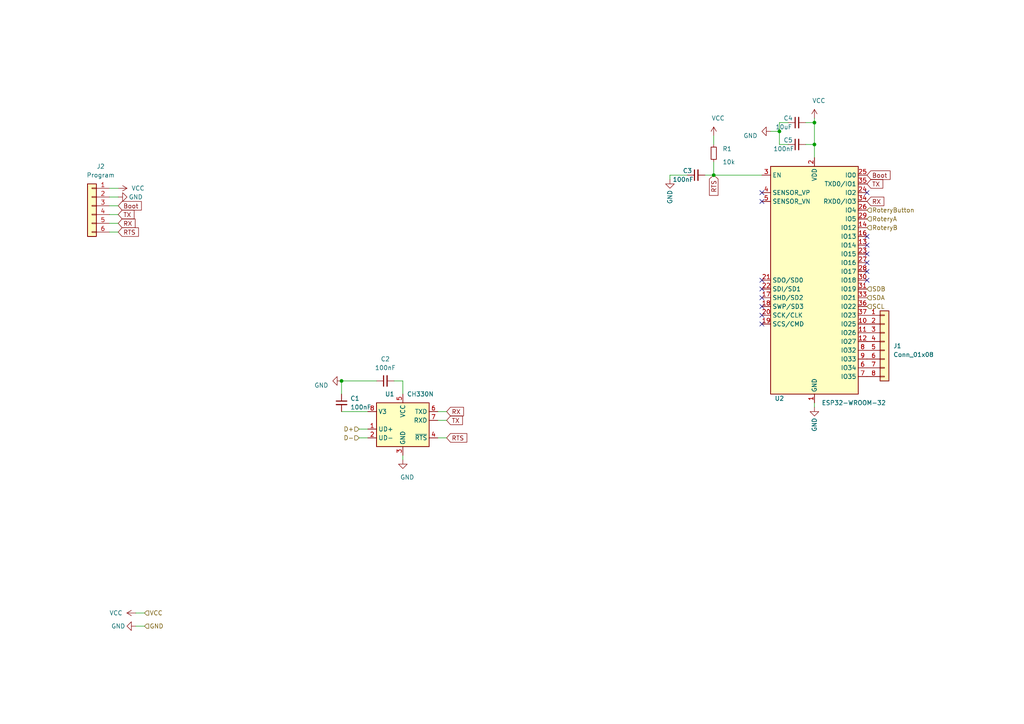
<source format=kicad_sch>
(kicad_sch (version 20210126) (generator eeschema)
  (paper "A4")
  (lib_symbols
    (symbol "Connector_Generic:Conn_01x06" (pin_names (offset 1.016) hide)
      (property "Reference" "J" (at 0 7.62 0))
      (property "Value" "Conn_01x06" (at 0 -10.16 0))
      (symbol "Conn_01x06_1_1"
        (rectangle (start -1.27 -4.953) (end 0 -5.207) (stroke (width 0.1524)))
        (rectangle (start -1.27 -7.493) (end 0 -7.747) (stroke (width 0.1524)))
        (rectangle (start -1.27 -2.413) (end 0 -2.667) (stroke (width 0.1524)))
        (rectangle (start -1.27 2.667) (end 0 2.413) (stroke (width 0.1524)))
        (rectangle (start -1.27 5.207) (end 0 4.953) (stroke (width 0.1524)))
        (rectangle (start -1.27 6.35) (end 1.27 -8.89) (stroke (width 0.254)) (fill (type background)))
        (rectangle (start -1.27 0.127) (end 0 -0.127) (stroke (width 0.1524)))
        (pin passive line (at -5.08 5.08 0) (length 3.81) (name "Pin_1") (number "1"))
        (pin passive line (at -5.08 2.54 0) (length 3.81) (name "Pin_2") (number "2"))
        (pin passive line (at -5.08 0 0) (length 3.81) (name "Pin_3") (number "3"))
        (pin passive line (at -5.08 -2.54 0) (length 3.81) (name "Pin_4") (number "4"))
        (pin passive line (at -5.08 -5.08 0) (length 3.81) (name "Pin_5") (number "5"))
        (pin passive line (at -5.08 -7.62 0) (length 3.81) (name "Pin_6") (number "6"))
      )
    )
    (symbol "Connector_Generic:Conn_01x08" (pin_names (offset 1.016) hide)
      (property "Reference" "J" (at 0 10.16 0))
      (property "Value" "Conn_01x08" (at 0 -12.7 0))
      (symbol "Conn_01x08_1_1"
        (rectangle (start -1.27 -4.953) (end 0 -5.207) (stroke (width 0.1524)))
        (rectangle (start -1.27 -7.493) (end 0 -7.747) (stroke (width 0.1524)))
        (rectangle (start -1.27 -10.033) (end 0 -10.287) (stroke (width 0.1524)))
        (rectangle (start -1.27 -2.413) (end 0 -2.667) (stroke (width 0.1524)))
        (rectangle (start -1.27 2.667) (end 0 2.413) (stroke (width 0.1524)))
        (rectangle (start -1.27 5.207) (end 0 4.953) (stroke (width 0.1524)))
        (rectangle (start -1.27 7.747) (end 0 7.493) (stroke (width 0.1524)))
        (rectangle (start -1.27 8.89) (end 1.27 -11.43) (stroke (width 0.254)) (fill (type background)))
        (rectangle (start -1.27 0.127) (end 0 -0.127) (stroke (width 0.1524)))
        (pin passive line (at -5.08 7.62 0) (length 3.81) (name "Pin_1") (number "1"))
        (pin passive line (at -5.08 5.08 0) (length 3.81) (name "Pin_2") (number "2"))
        (pin passive line (at -5.08 2.54 0) (length 3.81) (name "Pin_3") (number "3"))
        (pin passive line (at -5.08 0 0) (length 3.81) (name "Pin_4") (number "4"))
        (pin passive line (at -5.08 -2.54 0) (length 3.81) (name "Pin_5") (number "5"))
        (pin passive line (at -5.08 -5.08 0) (length 3.81) (name "Pin_6") (number "6"))
        (pin passive line (at -5.08 -7.62 0) (length 3.81) (name "Pin_7") (number "7"))
        (pin passive line (at -5.08 -10.16 0) (length 3.81) (name "Pin_8") (number "8"))
      )
    )
    (symbol "Device:C_Small" (pin_numbers hide) (pin_names (offset 0.254) hide)
      (property "Reference" "C" (at 0.254 1.778 0))
      (property "Value" "C_Small" (at 0.254 -2.032 0))
      (symbol "C_Small_0_1"
        (polyline (pts (xy -1.524 -0.508) (xy 1.524 -0.508)) (stroke (width 0.3302)))
        (polyline (pts (xy -1.524 0.508) (xy 1.524 0.508)) (stroke (width 0.3048)))
      )
      (symbol "C_Small_1_1"
        (pin passive line (at 0 2.54 270) (length 2.032) (name "~") (number "1"))
        (pin passive line (at 0 -2.54 90) (length 2.032) (name "~") (number "2"))
      )
    )
    (symbol "Device:R_Small" (pin_numbers hide) (pin_names (offset 0.254) hide)
      (property "Reference" "R" (at 0.762 0.508 0))
      (property "Value" "R_Small" (at 0.762 -1.016 0))
      (symbol "R_Small_0_1"
        (rectangle (start -0.762 1.778) (end 0.762 -1.778) (stroke (width 0.2032)))
      )
      (symbol "R_Small_1_1"
        (pin passive line (at 0 2.54 270) (length 0.762) (name "~") (number "1"))
        (pin passive line (at 0 -2.54 90) (length 0.762) (name "~") (number "2"))
      )
    )
    (symbol "Interface_USB:CH330N"
      (property "Reference" "U" (at -7.62 6.35 0))
      (property "Value" "CH330N" (at 7.62 6.35 0))
      (symbol "CH330N_0_1"
        (rectangle (start -7.62 5.08) (end 7.62 -7.62) (stroke (width 0.254)) (fill (type background)))
      )
      (symbol "CH330N_1_1"
        (pin bidirectional line (at -10.16 -2.54 0) (length 2.54) (name "UD+") (number "1"))
        (pin bidirectional line (at -10.16 -5.08 0) (length 2.54) (name "UD-") (number "2"))
        (pin power_in line (at 0 -10.16 90) (length 2.54) (name "GND") (number "3"))
        (pin output line (at 10.16 -5.08 180) (length 2.54) (name "~RTS") (number "4"))
        (pin power_in line (at 0 7.62 270) (length 2.54) (name "VCC") (number "5"))
        (pin output line (at 10.16 2.54 180) (length 2.54) (name "TXD") (number "6"))
        (pin input line (at 10.16 0 180) (length 2.54) (name "RXD") (number "7"))
        (pin passive line (at -10.16 2.54 0) (length 2.54) (name "V3") (number "8"))
      )
    )
    (symbol "RF_Module:ESP32-WROOM-32"
      (property "Reference" "U" (at -12.7 34.29 0))
      (property "Value" "ESP32-WROOM-32" (at 1.27 34.29 0))
      (symbol "ESP32-WROOM-32_0_1"
        (rectangle (start -12.7 33.02) (end 12.7 -33.02) (stroke (width 0.254)) (fill (type background)))
      )
      (symbol "ESP32-WROOM-32_1_1"
        (pin power_in line (at 0 -35.56 90) (length 2.54) (name "GND") (number "1"))
        (pin bidirectional line (at 15.24 -12.7 180) (length 2.54) (name "IO25") (number "10"))
        (pin bidirectional line (at 15.24 -15.24 180) (length 2.54) (name "IO26") (number "11"))
        (pin bidirectional line (at 15.24 -17.78 180) (length 2.54) (name "IO27") (number "12"))
        (pin bidirectional line (at 15.24 10.16 180) (length 2.54) (name "IO14") (number "13"))
        (pin bidirectional line (at 15.24 15.24 180) (length 2.54) (name "IO12") (number "14"))
        (pin passive line (at 0 -35.56 90) (length 2.54) hide (name "GND") (number "15"))
        (pin bidirectional line (at 15.24 12.7 180) (length 2.54) (name "IO13") (number "16"))
        (pin bidirectional line (at -15.24 -5.08 0) (length 2.54) (name "SHD/SD2") (number "17"))
        (pin bidirectional line (at -15.24 -7.62 0) (length 2.54) (name "SWP/SD3") (number "18"))
        (pin bidirectional line (at -15.24 -12.7 0) (length 2.54) (name "SCS/CMD") (number "19"))
        (pin power_in line (at 0 35.56 270) (length 2.54) (name "VDD") (number "2"))
        (pin bidirectional line (at -15.24 -10.16 0) (length 2.54) (name "SCK/CLK") (number "20"))
        (pin bidirectional line (at -15.24 0 0) (length 2.54) (name "SDO/SD0") (number "21"))
        (pin bidirectional line (at -15.24 -2.54 0) (length 2.54) (name "SDI/SD1") (number "22"))
        (pin bidirectional line (at 15.24 7.62 180) (length 2.54) (name "IO15") (number "23"))
        (pin bidirectional line (at 15.24 25.4 180) (length 2.54) (name "IO2") (number "24"))
        (pin bidirectional line (at 15.24 30.48 180) (length 2.54) (name "IO0") (number "25"))
        (pin bidirectional line (at 15.24 20.32 180) (length 2.54) (name "IO4") (number "26"))
        (pin bidirectional line (at 15.24 5.08 180) (length 2.54) (name "IO16") (number "27"))
        (pin bidirectional line (at 15.24 2.54 180) (length 2.54) (name "IO17") (number "28"))
        (pin bidirectional line (at 15.24 17.78 180) (length 2.54) (name "IO5") (number "29"))
        (pin input line (at -15.24 30.48 0) (length 2.54) (name "EN") (number "3"))
        (pin bidirectional line (at 15.24 0 180) (length 2.54) (name "IO18") (number "30"))
        (pin bidirectional line (at 15.24 -2.54 180) (length 2.54) (name "IO19") (number "31"))
        (pin no_connect line (at -12.7 -27.94 0) (length 2.54) hide (name "NC") (number "32"))
        (pin bidirectional line (at 15.24 -5.08 180) (length 2.54) (name "IO21") (number "33"))
        (pin bidirectional line (at 15.24 22.86 180) (length 2.54) (name "RXD0/IO3") (number "34"))
        (pin bidirectional line (at 15.24 27.94 180) (length 2.54) (name "TXD0/IO1") (number "35"))
        (pin bidirectional line (at 15.24 -7.62 180) (length 2.54) (name "IO22") (number "36"))
        (pin bidirectional line (at 15.24 -10.16 180) (length 2.54) (name "IO23") (number "37"))
        (pin passive line (at 0 -35.56 90) (length 2.54) hide (name "GND") (number "38"))
        (pin passive line (at 0 -35.56 90) (length 2.54) hide (name "GND") (number "39"))
        (pin input line (at -15.24 25.4 0) (length 2.54) (name "SENSOR_VP") (number "4"))
        (pin input line (at -15.24 22.86 0) (length 2.54) (name "SENSOR_VN") (number "5"))
        (pin input line (at 15.24 -25.4 180) (length 2.54) (name "IO34") (number "6"))
        (pin input line (at 15.24 -27.94 180) (length 2.54) (name "IO35") (number "7"))
        (pin bidirectional line (at 15.24 -20.32 180) (length 2.54) (name "IO32") (number "8"))
        (pin bidirectional line (at 15.24 -22.86 180) (length 2.54) (name "IO33") (number "9"))
      )
    )
    (symbol "power:GND" (power) (pin_names (offset 0))
      (property "Value" "GND" (at 0 -3.81 0))
      (symbol "GND_0_1"
        (polyline (pts (xy 0 0) (xy 0 -1.27) (xy 1.27 -1.27) (xy 0 -2.54) (xy -1.27 -1.27) (xy 0 -1.27)))
      )
      (symbol "GND_1_1"
        (pin power_in line (at 0 0 270) (length 0) hide (name "GND") (number "1"))
      )
    )
    (symbol "power:VCC" (power) (pin_names (offset 0))
      (property "Value" "VCC" (at 0 3.81 0))
      (symbol "VCC_0_1"
        (polyline (pts (xy -0.762 1.27) (xy 0 2.54)))
        (polyline (pts (xy 0 0) (xy 0 2.54)))
        (polyline (pts (xy 0 2.54) (xy 0.762 1.27)))
      )
      (symbol "VCC_1_1"
        (pin power_in line (at 0 0 90) (length 0) hide (name "VCC") (number "1"))
      )
    )
  )
  (junction (at 99.06 110.49) (diameter 0.9144))
  (junction (at 207.01 50.8) (diameter 0.9144))
  (junction (at 226.06 38.1) (diameter 0.9144))
  (junction (at 236.22 35.56) (diameter 0.9144))
  (junction (at 236.22 41.91) (diameter 0.9144))
  (no_connect (at 220.98 55.88))
  (no_connect (at 220.98 58.42))
  (no_connect (at 220.98 81.28))
  (no_connect (at 220.98 83.82))
  (no_connect (at 220.98 86.36))
  (no_connect (at 220.98 88.9))
  (no_connect (at 220.98 91.44))
  (no_connect (at 220.98 93.98))
  (no_connect (at 251.46 55.88))
  (no_connect (at 251.46 68.58))
  (no_connect (at 251.46 71.12))
  (no_connect (at 251.46 73.66))
  (no_connect (at 251.46 76.2))
  (no_connect (at 251.46 78.74))
  (no_connect (at 251.46 81.28))
  (wire (pts (xy 31.75 54.61) (xy 34.29 54.61)))
  (wire (pts (xy 31.75 57.15) (xy 34.29 57.15)))
  (wire (pts (xy 31.75 59.69) (xy 34.29 59.69)))
  (wire (pts (xy 31.75 62.23) (xy 34.29 62.23)))
  (wire (pts (xy 31.75 64.77) (xy 34.29 64.77)))
  (wire (pts (xy 31.75 67.31) (xy 34.29 67.31)))
  (wire (pts (xy 39.37 177.8) (xy 41.91 177.8)))
  (wire (pts (xy 39.37 181.61) (xy 41.91 181.61)))
  (wire (pts (xy 99.06 110.49) (xy 99.06 114.3)))
  (wire (pts (xy 99.06 119.38) (xy 106.68 119.38)))
  (wire (pts (xy 104.14 124.46) (xy 106.68 124.46)))
  (wire (pts (xy 104.14 127) (xy 106.68 127)))
  (wire (pts (xy 109.22 110.49) (xy 99.06 110.49)))
  (wire (pts (xy 114.3 110.49) (xy 116.84 110.49)))
  (wire (pts (xy 116.84 110.49) (xy 116.84 114.3)))
  (wire (pts (xy 116.84 132.08) (xy 116.84 133.35)))
  (wire (pts (xy 127 119.38) (xy 129.54 119.38)))
  (wire (pts (xy 127 121.92) (xy 129.54 121.92)))
  (wire (pts (xy 127 127) (xy 129.54 127)))
  (wire (pts (xy 194.31 50.8) (xy 199.39 50.8)))
  (wire (pts (xy 194.31 52.07) (xy 194.31 50.8)))
  (wire (pts (xy 204.47 50.8) (xy 207.01 50.8)))
  (wire (pts (xy 207.01 41.91) (xy 207.01 39.37)))
  (wire (pts (xy 207.01 50.8) (xy 207.01 46.99)))
  (wire (pts (xy 207.01 50.8) (xy 220.98 50.8)))
  (wire (pts (xy 226.06 35.56) (xy 226.06 38.1)))
  (wire (pts (xy 226.06 38.1) (xy 223.52 38.1)))
  (wire (pts (xy 226.06 38.1) (xy 226.06 41.91)))
  (wire (pts (xy 226.06 41.91) (xy 228.6 41.91)))
  (wire (pts (xy 228.6 35.56) (xy 226.06 35.56)))
  (wire (pts (xy 236.22 35.56) (xy 233.68 35.56)))
  (wire (pts (xy 236.22 35.56) (xy 236.22 34.29)))
  (wire (pts (xy 236.22 41.91) (xy 233.68 41.91)))
  (wire (pts (xy 236.22 41.91) (xy 236.22 35.56)))
  (wire (pts (xy 236.22 41.91) (xy 236.22 45.72)))
  (wire (pts (xy 236.22 116.84) (xy 236.22 118.11)))
  (global_label "Boot" (shape input) (at 34.29 59.69 0) (property "Intersheet References" "${INTERSHEET_REFS}" (effects hide)))
  (global_label "TX" (shape input) (at 34.29 62.23 0) (property "Intersheet References" "${INTERSHEET_REFS}" (effects hide)))
  (global_label "RX" (shape input) (at 34.29 64.77 0) (property "Intersheet References" "${INTERSHEET_REFS}" (effects hide)))
  (global_label "RTS" (shape input) (at 34.29 67.31 0) (property "Intersheet References" "${INTERSHEET_REFS}" (effects hide)))
  (global_label "RX" (shape input) (at 129.54 119.38 0) (property "Intersheet References" "${INTERSHEET_REFS}" (effects hide)))
  (global_label "TX" (shape input) (at 129.54 121.92 0) (property "Intersheet References" "${INTERSHEET_REFS}" (effects hide)))
  (global_label "RTS" (shape input) (at 129.54 127 0) (property "Intersheet References" "${INTERSHEET_REFS}" (effects hide)))
  (global_label "RTS" (shape input) (at 207.01 50.8 270) (property "Intersheet References" "${INTERSHEET_REFS}" (effects hide)))
  (global_label "Boot" (shape input) (at 251.46 50.8 0) (property "Intersheet References" "${INTERSHEET_REFS}" (effects hide)))
  (global_label "TX" (shape input) (at 251.46 53.34 0) (property "Intersheet References" "${INTERSHEET_REFS}" (effects hide)))
  (global_label "RX" (shape input) (at 251.46 58.42 0) (property "Intersheet References" "${INTERSHEET_REFS}" (effects hide)))
  (hierarchical_label "VCC" (shape input) (at 41.91 177.8 0))
  (hierarchical_label "GND" (shape input) (at 41.91 181.61 0))
  (hierarchical_label "D+" (shape input) (at 104.14 124.46 180))
  (hierarchical_label "D-" (shape input) (at 104.14 127 180))
  (hierarchical_label "RoteryButton" (shape input) (at 251.46 60.96 0))
  (hierarchical_label "RoteryA" (shape input) (at 251.46 63.5 0))
  (hierarchical_label "RoteryB" (shape input) (at 251.46 66.04 0))
  (hierarchical_label "SDB" (shape input) (at 251.46 83.82 0))
  (hierarchical_label "SDA" (shape input) (at 251.46 86.36 0))
  (hierarchical_label "SCL" (shape input) (at 251.46 88.9 0))
  (symbol (lib_id "power:VCC") (at 34.29 54.61 270) (unit 1)
    (property "Reference" "#PWR036" (effects hide))
    (property "Value" "VCC" (at 38.1 54.61 90) (effects (justify left)))
  )
  (symbol (lib_id "power:VCC") (at 39.37 177.8 90) (unit 1)
    (property "Reference" "#PWR01" (effects hide))
    (property "Value" "VCC" (at 35.56 177.8 90) (effects (justify left)))
  )
  (symbol (lib_id "power:VCC") (at 207.01 39.37 0) (unit 1)
    (property "Reference" "#PWR0101" (effects hide))
    (property "Value" "VCC" (at 208.28 34.29 0))
  )
  (symbol (lib_id "power:VCC") (at 236.22 34.29 0) (unit 1)
    (property "Reference" "#PWR08" (effects hide))
    (property "Value" "VCC" (at 237.49 29.21 0))
  )
  (symbol (lib_id "power:GND") (at 34.29 57.15 90) (unit 1)
    (property "Reference" "#PWR037" (effects hide))
    (property "Value" "GND" (at 39.37 57.15 90))
  )
  (symbol (lib_id "power:GND") (at 39.37 181.61 270) (unit 1)
    (property "Reference" "#PWR02" (effects hide))
    (property "Value" "GND" (at 34.29 181.61 90))
  )
  (symbol (lib_id "power:GND") (at 99.06 110.49 270) (unit 1)
    (property "Reference" "#PWR03" (effects hide))
    (property "Value" "GND" (at 95.25 111.76 90) (effects (justify right)))
  )
  (symbol (lib_id "power:GND") (at 116.84 133.35 0) (unit 1)
    (property "Reference" "#PWR04" (effects hide))
    (property "Value" "GND" (at 118.11 138.43 0))
  )
  (symbol (lib_id "power:GND") (at 194.31 52.07 0) (unit 1)
    (property "Reference" "#PWR05" (effects hide))
    (property "Value" "GND" (at 194.31 57.15 90))
  )
  (symbol (lib_id "power:GND") (at 223.52 38.1 270) (unit 1)
    (property "Reference" "#PWR07" (effects hide))
    (property "Value" "GND" (at 219.71 39.37 90) (effects (justify right)))
  )
  (symbol (lib_id "power:GND") (at 236.22 118.11 0) (unit 1)
    (property "Reference" "#PWR09" (effects hide))
    (property "Value" "GND" (at 236.22 123.19 90))
  )
  (symbol (lib_id "Device:R_Small") (at 207.01 44.45 0) (unit 1)
    (property "Reference" "R1" (at 209.55 43.18 0) (effects (justify left)))
    (property "Value" "10k" (at 209.55 46.99 0) (effects (justify left)))
    (property "Footprint" "Resistor_SMD:R_0805_2012Metric" (effects hide))
  )
  (symbol (lib_id "Device:C_Small") (at 99.06 116.84 0) (unit 1)
    (property "Reference" "C1" (at 101.6 115.57 0) (effects (justify left)))
    (property "Value" "100nF" (at 101.6 118.11 0) (effects (justify left)))
    (property "Footprint" "Capacitor_SMD:C_0805_2012Metric" (effects hide))
  )
  (symbol (lib_id "Device:C_Small") (at 111.76 110.49 90) (unit 1)
    (property "Reference" "C2" (at 111.76 104.14 90))
    (property "Value" "100nF" (at 111.76 106.68 90))
    (property "Footprint" "Capacitor_SMD:C_0805_2012Metric" (effects hide))
  )
  (symbol (lib_id "Device:C_Small") (at 201.93 50.8 90) (unit 1)
    (property "Reference" "C3" (at 199.39 49.53 90))
    (property "Value" "100nF" (at 198.12 52.07 90))
    (property "Footprint" "Capacitor_SMD:C_0805_2012Metric" (effects hide))
  )
  (symbol (lib_id "Device:C_Small") (at 231.14 35.56 90) (unit 1)
    (property "Reference" "C4" (at 228.6 34.29 90))
    (property "Value" "10uF" (at 227.33 36.83 90))
    (property "Footprint" "Capacitor_SMD:C_0805_2012Metric" (effects hide))
  )
  (symbol (lib_id "Device:C_Small") (at 231.14 41.91 90) (unit 1)
    (property "Reference" "C5" (at 228.6 40.64 90))
    (property "Value" "100nF" (at 227.33 43.18 90))
    (property "Footprint" "Capacitor_SMD:C_0805_2012Metric" (effects hide))
  )
  (symbol (lib_id "Connector_Generic:Conn_01x06") (at 26.67 59.69 0) (mirror y) (unit 1)
    (property "Reference" "J2" (at 29.21 48.26 0))
    (property "Value" "Program" (at 29.21 50.8 0))
    (property "Footprint" "Connector_PinHeader_2.54mm:PinHeader_1x06_P2.54mm_Vertical" (effects hide))
  )
  (symbol (lib_id "Connector_Generic:Conn_01x08") (at 256.54 99.06 0) (unit 1)
    (property "Reference" "J1" (at 259.08 100.33 0) (effects (justify left)))
    (property "Value" "Conn_01x08" (at 259.08 102.87 0) (effects (justify left)))
    (property "Footprint" "Connector_PinHeader_2.54mm:PinHeader_1x08_P2.54mm_Vertical_SMD_Pin1Left" (effects hide))
  )
  (symbol (lib_id "Interface_USB:CH330N") (at 116.84 121.92 0) (unit 1)
    (property "Reference" "U1" (at 113.03 114.3 0))
    (property "Value" "CH330N" (at 121.92 114.3 0))
    (property "Footprint" "Package_SO:SOIC-8_3.9x4.9mm_P1.27mm" (effects hide))
    (property "Datasheet" "http://www.wch.cn/downloads/file/240.html" (effects hide))
  )
  (symbol (lib_id "RF_Module:ESP32-WROOM-32") (at 236.22 81.28 0) (unit 1)
    (property "Reference" "U2" (at 226.06 115.57 0))
    (property "Value" "ESP32-WROOM-32" (at 247.65 116.84 0))
    (property "Footprint" "RF_Module:ESP32-WROOM-32" (effects hide))
    (property "Datasheet" "https://www.espressif.com/sites/default/files/documentation/esp32-wroom-32_datasheet_en.pdf" (effects hide))
  )
)
</source>
